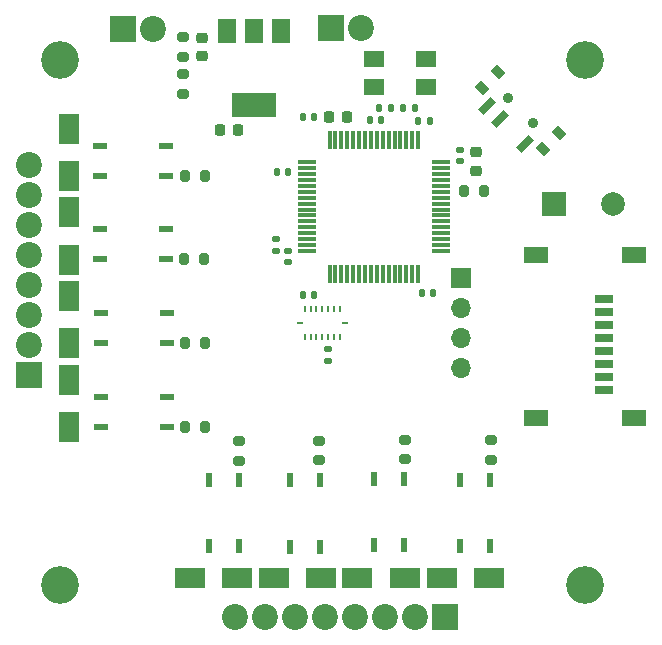
<source format=gts>
G04 #@! TF.GenerationSoftware,KiCad,Pcbnew,(6.0.7)*
G04 #@! TF.CreationDate,2023-06-27T13:09:13-07:00*
G04 #@! TF.ProjectId,OBC-Attempt-5_Matcha_2_Layer_3,4f42432d-4174-4746-956d-70742d355f4d,rev?*
G04 #@! TF.SameCoordinates,Original*
G04 #@! TF.FileFunction,Soldermask,Top*
G04 #@! TF.FilePolarity,Negative*
%FSLAX46Y46*%
G04 Gerber Fmt 4.6, Leading zero omitted, Abs format (unit mm)*
G04 Created by KiCad (PCBNEW (6.0.7)) date 2023-06-27 13:09:13*
%MOMM*%
%LPD*%
G01*
G04 APERTURE LIST*
G04 Aperture macros list*
%AMRoundRect*
0 Rectangle with rounded corners*
0 $1 Rounding radius*
0 $2 $3 $4 $5 $6 $7 $8 $9 X,Y pos of 4 corners*
0 Add a 4 corners polygon primitive as box body*
4,1,4,$2,$3,$4,$5,$6,$7,$8,$9,$2,$3,0*
0 Add four circle primitives for the rounded corners*
1,1,$1+$1,$2,$3*
1,1,$1+$1,$4,$5*
1,1,$1+$1,$6,$7*
1,1,$1+$1,$8,$9*
0 Add four rect primitives between the rounded corners*
20,1,$1+$1,$2,$3,$4,$5,0*
20,1,$1+$1,$4,$5,$6,$7,0*
20,1,$1+$1,$6,$7,$8,$9,0*
20,1,$1+$1,$8,$9,$2,$3,0*%
%AMRotRect*
0 Rectangle, with rotation*
0 The origin of the aperture is its center*
0 $1 length*
0 $2 width*
0 $3 Rotation angle, in degrees counterclockwise*
0 Add horizontal line*
21,1,$1,$2,0,0,$3*%
G04 Aperture macros list end*
%ADD10C,3.200000*%
%ADD11RoundRect,0.200000X0.275000X-0.200000X0.275000X0.200000X-0.275000X0.200000X-0.275000X-0.200000X0*%
%ADD12RoundRect,0.200000X-0.200000X-0.275000X0.200000X-0.275000X0.200000X0.275000X-0.200000X0.275000X0*%
%ADD13R,1.800000X2.500000*%
%ADD14RoundRect,0.140000X0.140000X0.170000X-0.140000X0.170000X-0.140000X-0.170000X0.140000X-0.170000X0*%
%ADD15RoundRect,0.140000X-0.170000X0.140000X-0.170000X-0.140000X0.170000X-0.140000X0.170000X0.140000X0*%
%ADD16R,0.254000X0.482600*%
%ADD17R,0.482600X0.254000*%
%ADD18R,1.300000X0.600000*%
%ADD19R,0.600000X1.300000*%
%ADD20R,1.500000X2.000000*%
%ADD21R,3.800000X2.000000*%
%ADD22RoundRect,0.140000X-0.140000X-0.170000X0.140000X-0.170000X0.140000X0.170000X-0.140000X0.170000X0*%
%ADD23RoundRect,0.225000X0.225000X0.250000X-0.225000X0.250000X-0.225000X-0.250000X0.225000X-0.250000X0*%
%ADD24C,0.900000*%
%ADD25RotRect,0.700000X1.500000X135.000000*%
%ADD26RotRect,1.000000X0.800000X135.000000*%
%ADD27RoundRect,0.225000X-0.250000X0.225000X-0.250000X-0.225000X0.250000X-0.225000X0.250000X0.225000X0*%
%ADD28RoundRect,0.200000X-0.275000X0.200000X-0.275000X-0.200000X0.275000X-0.200000X0.275000X0.200000X0*%
%ADD29R,2.500000X1.800000*%
%ADD30RoundRect,0.140000X0.170000X-0.140000X0.170000X0.140000X-0.170000X0.140000X-0.170000X-0.140000X0*%
%ADD31R,1.500000X0.800000*%
%ADD32R,2.000000X1.450000*%
%ADD33RoundRect,0.075000X-0.075000X0.700000X-0.075000X-0.700000X0.075000X-0.700000X0.075000X0.700000X0*%
%ADD34RoundRect,0.075000X-0.700000X0.075000X-0.700000X-0.075000X0.700000X-0.075000X0.700000X0.075000X0*%
%ADD35R,1.800000X1.400000*%
%ADD36RoundRect,0.225000X0.250000X-0.225000X0.250000X0.225000X-0.250000X0.225000X-0.250000X-0.225000X0*%
%ADD37R,2.200000X2.200000*%
%ADD38C,2.200000*%
%ADD39R,2.000000X2.000000*%
%ADD40C,2.000000*%
%ADD41R,1.700000X1.700000*%
%ADD42O,1.700000X1.700000*%
G04 APERTURE END LIST*
D10*
X76200000Y-76200000D03*
X31750000Y-31750000D03*
X76200000Y-31750000D03*
X31750000Y-76200000D03*
D11*
X53710000Y-65596600D03*
X53710000Y-63946600D03*
D12*
X42295000Y-48570000D03*
X43945000Y-48570000D03*
D13*
X32540000Y-48610000D03*
X32540000Y-44610000D03*
D14*
X58950000Y-36830000D03*
X57990000Y-36830000D03*
D15*
X50050000Y-46890000D03*
X50050000Y-47850000D03*
D13*
X32550000Y-55710000D03*
X32550000Y-51710000D03*
D16*
X55475000Y-55130700D03*
X54975001Y-55130700D03*
X54474999Y-55130700D03*
X53975000Y-55130700D03*
X53475001Y-55130700D03*
X52974999Y-55130700D03*
X52475000Y-55130700D03*
D17*
X52063700Y-53975000D03*
D16*
X52475000Y-52819300D03*
X52974999Y-52819300D03*
X53475001Y-52819300D03*
X53975000Y-52819300D03*
X54474999Y-52819300D03*
X54975001Y-52819300D03*
X55475000Y-52819300D03*
D17*
X55886300Y-53975000D03*
D18*
X40780000Y-41510000D03*
X40780000Y-38970000D03*
X35180000Y-38970000D03*
X35180000Y-41510000D03*
D14*
X53260000Y-51580000D03*
X52300000Y-51580000D03*
D19*
X60900000Y-67150000D03*
X58360000Y-67150000D03*
X58360000Y-72750000D03*
X60900000Y-72750000D03*
D20*
X50500000Y-29240000D03*
X48200000Y-29240000D03*
D21*
X48200000Y-35540000D03*
D20*
X45900000Y-29240000D03*
D12*
X42375000Y-62820000D03*
X44025000Y-62820000D03*
D19*
X46910000Y-67290000D03*
X44370000Y-67290000D03*
X44370000Y-72890000D03*
X46910000Y-72890000D03*
D22*
X62380000Y-51400000D03*
X63340000Y-51400000D03*
D11*
X68220000Y-65535000D03*
X68220000Y-63885000D03*
D23*
X46865000Y-37630000D03*
X45315000Y-37630000D03*
D19*
X68130000Y-67250000D03*
X65590000Y-67250000D03*
X65590000Y-72850000D03*
X68130000Y-72850000D03*
D18*
X40780000Y-48570000D03*
X40780000Y-46030000D03*
X35180000Y-46030000D03*
X35180000Y-48570000D03*
D11*
X46910400Y-65636599D03*
X46910400Y-63986599D03*
D15*
X54470000Y-56210000D03*
X54470000Y-57170000D03*
D14*
X51060000Y-41150000D03*
X50100000Y-41150000D03*
D24*
X69699340Y-34929340D03*
X71820660Y-37050660D03*
D25*
X71113553Y-38818427D03*
X68992233Y-36697107D03*
X67931573Y-35636447D03*
D26*
X72658582Y-39253298D03*
X74023298Y-37888582D03*
X68861418Y-32726702D03*
X67496702Y-34091418D03*
D27*
X43800000Y-29825000D03*
X43800000Y-31375000D03*
D22*
X62090000Y-36850000D03*
X63050000Y-36850000D03*
D11*
X60940400Y-65501600D03*
X60940400Y-63851600D03*
D18*
X40850000Y-55700000D03*
X40850000Y-53160000D03*
X35250000Y-53160000D03*
X35250000Y-55700000D03*
D28*
X42210000Y-29775000D03*
X42210000Y-31425000D03*
D13*
X32560000Y-62800000D03*
X32560000Y-58800000D03*
D23*
X56075000Y-36560000D03*
X54525000Y-36560000D03*
D29*
X60940000Y-75550000D03*
X56940000Y-75550000D03*
D14*
X59760000Y-35760000D03*
X58800000Y-35760000D03*
D12*
X42365000Y-55690000D03*
X44015000Y-55690000D03*
D14*
X53270000Y-36550000D03*
X52310000Y-36550000D03*
D29*
X53850000Y-75580000D03*
X49850000Y-75580000D03*
D12*
X42375000Y-41510000D03*
X44025000Y-41510000D03*
D29*
X46730000Y-75580000D03*
X42730000Y-75580000D03*
D12*
X66005000Y-42770000D03*
X67655000Y-42770000D03*
D30*
X65590000Y-40250000D03*
X65590000Y-39290000D03*
D31*
X77800000Y-51920000D03*
X77800000Y-53020000D03*
X77800000Y-54120000D03*
X77800000Y-55220000D03*
X77800000Y-56320000D03*
X77800000Y-57420000D03*
X77800000Y-58520000D03*
X77800000Y-59620000D03*
D32*
X80400000Y-61995000D03*
X80400000Y-48245000D03*
X72100000Y-61995000D03*
X72100000Y-48245000D03*
D29*
X68120000Y-75550000D03*
X64120000Y-75550000D03*
D33*
X62090000Y-38445000D03*
X61590000Y-38445000D03*
X61090000Y-38445000D03*
X60590000Y-38445000D03*
X60090000Y-38445000D03*
X59590000Y-38445000D03*
X59090000Y-38445000D03*
X58590000Y-38445000D03*
X58090000Y-38445000D03*
X57590000Y-38445000D03*
X57090000Y-38445000D03*
X56590000Y-38445000D03*
X56090000Y-38445000D03*
X55590000Y-38445000D03*
X55090000Y-38445000D03*
X54590000Y-38445000D03*
D34*
X52665000Y-40370000D03*
X52665000Y-40870000D03*
X52665000Y-41370000D03*
X52665000Y-41870000D03*
X52665000Y-42370000D03*
X52665000Y-42870000D03*
X52665000Y-43370000D03*
X52665000Y-43870000D03*
X52665000Y-44370000D03*
X52665000Y-44870000D03*
X52665000Y-45370000D03*
X52665000Y-45870000D03*
X52665000Y-46370000D03*
X52665000Y-46870000D03*
X52665000Y-47370000D03*
X52665000Y-47870000D03*
D33*
X54590000Y-49795000D03*
X55090000Y-49795000D03*
X55590000Y-49795000D03*
X56090000Y-49795000D03*
X56590000Y-49795000D03*
X57090000Y-49795000D03*
X57590000Y-49795000D03*
X58090000Y-49795000D03*
X58590000Y-49795000D03*
X59090000Y-49795000D03*
X59590000Y-49795000D03*
X60090000Y-49795000D03*
X60590000Y-49795000D03*
X61090000Y-49795000D03*
X61590000Y-49795000D03*
X62090000Y-49795000D03*
D34*
X64015000Y-47870000D03*
X64015000Y-47370000D03*
X64015000Y-46870000D03*
X64015000Y-46370000D03*
X64015000Y-45870000D03*
X64015000Y-45370000D03*
X64015000Y-44870000D03*
X64015000Y-44370000D03*
X64015000Y-43870000D03*
X64015000Y-43370000D03*
X64015000Y-42870000D03*
X64015000Y-42370000D03*
X64015000Y-41870000D03*
X64015000Y-41370000D03*
X64015000Y-40870000D03*
X64015000Y-40370000D03*
D15*
X51110000Y-47840000D03*
X51110000Y-48800000D03*
D35*
X62770000Y-31620000D03*
X58370000Y-31620000D03*
X58370000Y-34020000D03*
X62770000Y-34020000D03*
D36*
X66970000Y-41085000D03*
X66970000Y-39535000D03*
D18*
X40810000Y-62810000D03*
X40810000Y-60270000D03*
X35210000Y-60270000D03*
X35210000Y-62810000D03*
D19*
X53760000Y-67300000D03*
X51220000Y-67300000D03*
X51220000Y-72900000D03*
X53760000Y-72900000D03*
D22*
X60847605Y-35768426D03*
X61807605Y-35768426D03*
D28*
X42220000Y-32895000D03*
X42220000Y-34545000D03*
D13*
X32540000Y-41520000D03*
X32540000Y-37520000D03*
D37*
X37080000Y-29060000D03*
D38*
X39620000Y-29060000D03*
D39*
X73610000Y-43880000D03*
D40*
X78610000Y-43880000D03*
D41*
X65700000Y-50150000D03*
D42*
X65700000Y-52690000D03*
X65700000Y-55230000D03*
X65700000Y-57770000D03*
D37*
X29120000Y-58390000D03*
D38*
X29120000Y-55850000D03*
X29120000Y-53310000D03*
X29120000Y-50770000D03*
X29120000Y-48230000D03*
X29120000Y-45690000D03*
X29120000Y-43150000D03*
X29120000Y-40610000D03*
D37*
X64330400Y-78836600D03*
D38*
X61790400Y-78836600D03*
X59250400Y-78836600D03*
X56710400Y-78836600D03*
X54170400Y-78836600D03*
X51630400Y-78836600D03*
X49090400Y-78836600D03*
X46550400Y-78836600D03*
D37*
X54700000Y-29000000D03*
D38*
X57240000Y-29000000D03*
M02*

</source>
